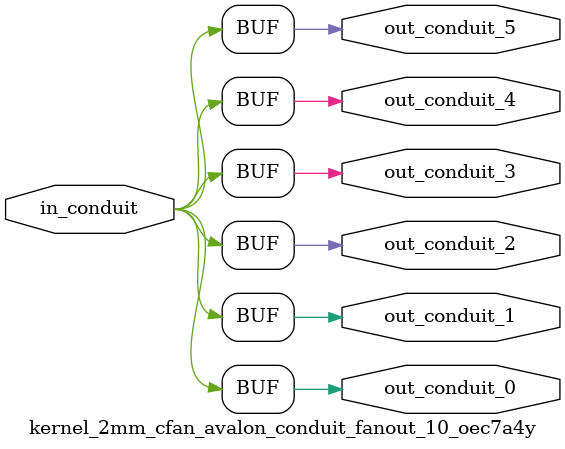
<source format=sv>


 


// --------------------------------------------------------------------------------
//| Avalon Conduit Fan-Out
// --------------------------------------------------------------------------------

// ------------------------------------------
// Generation parameters:
//   output_name:       kernel_2mm_cfan_avalon_conduit_fanout_10_oec7a4y
//   numFanOut:         6
//   
// ------------------------------------------

module kernel_2mm_cfan_avalon_conduit_fanout_10_oec7a4y (     

// Interface: out_conduit_0
 output                    out_conduit_0,
// Interface: out_conduit_1
 output                    out_conduit_1,
// Interface: out_conduit_2
 output                    out_conduit_2,
// Interface: out_conduit_3
 output                    out_conduit_3,
// Interface: out_conduit_4
 output                    out_conduit_4,
// Interface: out_conduit_5
 output                    out_conduit_5,

// Interface: in_conduit
 input                   in_conduit

);

   assign  out_conduit_0 = in_conduit;
   assign  out_conduit_1 = in_conduit;
   assign  out_conduit_2 = in_conduit;
   assign  out_conduit_3 = in_conduit;
   assign  out_conduit_4 = in_conduit;
   assign  out_conduit_5 = in_conduit;

endmodule //


</source>
